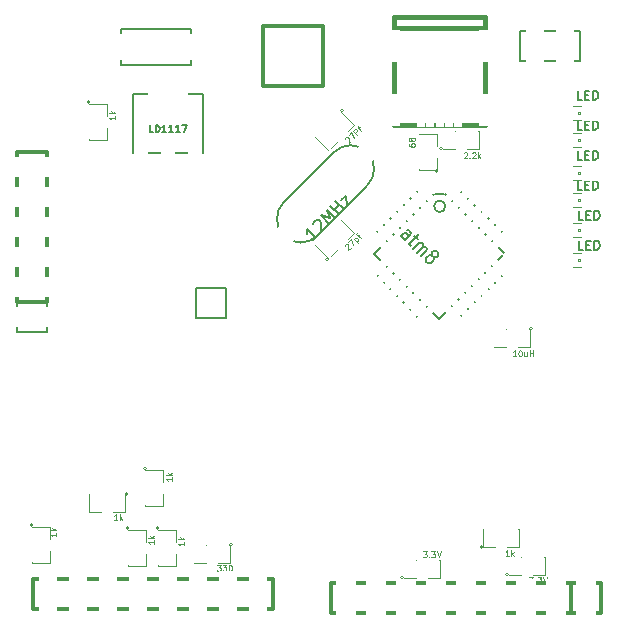
<source format=gto>
G04 (created by PCBNEW (2013-mar-13)-testing) date nie, 20 paź 2013, 19:29:58*
%MOIN*%
G04 Gerber Fmt 3.4, Leading zero omitted, Abs format*
%FSLAX34Y34*%
G01*
G70*
G90*
G04 APERTURE LIST*
%ADD10C,0.005906*%
%ADD11C,0.006000*%
%ADD12C,0.012000*%
%ADD13C,0.003900*%
%ADD14C,0.002600*%
%ADD15C,0.004000*%
%ADD16C,0.002000*%
%ADD17C,0.015000*%
%ADD18C,0.010000*%
%ADD19C,0.004300*%
%ADD20C,0.005000*%
%ADD21C,0.008000*%
%ADD22R,0.062992X0.125984*%
%ADD23R,0.125984X0.066929*%
%ADD24R,0.066929X0.125984*%
%ADD25R,0.133858X0.086614*%
%ADD26R,0.047244X0.070866*%
%ADD27R,0.055074X0.055074*%
%ADD28C,0.067874*%
%ADD29R,0.062874X0.042874*%
%ADD30R,0.042874X0.062874*%
%ADD31R,0.067874X0.067874*%
%ADD32R,0.062874X0.157874*%
%ADD33C,0.196874*%
%ADD34R,0.196874X0.196874*%
%ADD35R,0.027574X0.098474*%
%ADD36R,0.086574X0.106274*%
%ADD37C,0.043274*%
%ADD38R,0.125984X0.086614*%
G04 APERTURE END LIST*
G54D10*
G54D11*
X18961Y-120D02*
X18961Y-1120D01*
X18961Y-1120D02*
X16961Y-1120D01*
X16961Y-1120D02*
X16961Y-120D01*
X16961Y-120D02*
X18961Y-120D01*
G54D12*
X1174Y-4145D02*
X174Y-4145D01*
X174Y-9145D02*
X1174Y-9145D01*
X1174Y-4145D02*
X1174Y-9145D01*
X174Y-9145D02*
X174Y-4145D01*
X10661Y-19520D02*
X10661Y-18520D01*
X10661Y-18520D02*
X19661Y-18520D01*
X19661Y-18520D02*
X19661Y-19520D01*
X10661Y-19520D02*
X19661Y-19520D01*
X18661Y-19520D02*
X18661Y-18520D01*
X8374Y54D02*
X10374Y54D01*
X10374Y54D02*
X10374Y-1945D01*
X10374Y-1945D02*
X8374Y-1945D01*
X8374Y-1945D02*
X8374Y54D01*
G54D10*
X10195Y-6937D02*
X11865Y-5267D01*
X9082Y-5824D02*
X10752Y-4153D01*
X9082Y-6937D02*
G75*
G03X10195Y-6937I556J556D01*
G74*
G01*
X9082Y-5824D02*
G75*
G03X9082Y-6937I556J-556D01*
G74*
G01*
X11865Y-4153D02*
G75*
G03X10752Y-4153I-556J-556D01*
G74*
G01*
X11865Y-5267D02*
G75*
G03X11865Y-4153I-556J556D01*
G74*
G01*
X4042Y-2208D02*
X6405Y-2208D01*
X6405Y-2208D02*
X6405Y-4176D01*
X6405Y-4176D02*
X4042Y-4176D01*
X4042Y-4176D02*
X4042Y-2208D01*
G54D13*
X11071Y-2773D02*
G75*
G03X11071Y-2773I-50J0D01*
G74*
G01*
X10703Y-3092D02*
X10986Y-2809D01*
X10986Y-2809D02*
X11410Y-3233D01*
X11410Y-3233D02*
X11127Y-3516D01*
X10844Y-3799D02*
X10561Y-4082D01*
X10561Y-4082D02*
X10137Y-3657D01*
X10137Y-3657D02*
X10420Y-3374D01*
X10576Y-7717D02*
G75*
G03X10576Y-7717I-50J0D01*
G74*
G01*
X10844Y-7399D02*
X10561Y-7682D01*
X10561Y-7682D02*
X10137Y-7257D01*
X10137Y-7257D02*
X10420Y-6974D01*
X10703Y-6692D02*
X10986Y-6409D01*
X10986Y-6409D02*
X11410Y-6833D01*
X11410Y-6833D02*
X11127Y-7116D01*
G54D14*
X19070Y-6863D02*
X19070Y-6991D01*
X19070Y-6991D02*
X19267Y-6991D01*
X19267Y-6863D02*
X19267Y-6991D01*
X19070Y-6863D02*
X19267Y-6863D01*
X19070Y-6618D02*
X19070Y-6677D01*
X19070Y-6677D02*
X19169Y-6677D01*
X19169Y-6618D02*
X19169Y-6677D01*
X19070Y-6618D02*
X19169Y-6618D01*
X19070Y-6813D02*
X19070Y-6872D01*
X19070Y-6872D02*
X19169Y-6872D01*
X19169Y-6813D02*
X19169Y-6872D01*
X19070Y-6813D02*
X19169Y-6813D01*
X19070Y-6667D02*
X19070Y-6823D01*
X19070Y-6823D02*
X19139Y-6823D01*
X19139Y-6667D02*
X19139Y-6823D01*
X19070Y-6667D02*
X19139Y-6667D01*
X18481Y-6863D02*
X18481Y-6991D01*
X18481Y-6991D02*
X18678Y-6991D01*
X18678Y-6863D02*
X18678Y-6991D01*
X18481Y-6863D02*
X18678Y-6863D01*
X18481Y-6499D02*
X18481Y-6627D01*
X18481Y-6627D02*
X18678Y-6627D01*
X18678Y-6499D02*
X18678Y-6627D01*
X18481Y-6499D02*
X18678Y-6499D01*
X18579Y-6813D02*
X18579Y-6872D01*
X18579Y-6872D02*
X18678Y-6872D01*
X18678Y-6813D02*
X18678Y-6872D01*
X18579Y-6813D02*
X18678Y-6813D01*
X18579Y-6618D02*
X18579Y-6677D01*
X18579Y-6677D02*
X18678Y-6677D01*
X18678Y-6618D02*
X18678Y-6677D01*
X18579Y-6618D02*
X18678Y-6618D01*
X18609Y-6667D02*
X18609Y-6823D01*
X18609Y-6823D02*
X18678Y-6823D01*
X18678Y-6667D02*
X18678Y-6823D01*
X18609Y-6667D02*
X18678Y-6667D01*
X18874Y-6706D02*
X18874Y-6784D01*
X18874Y-6784D02*
X18952Y-6784D01*
X18952Y-6706D02*
X18952Y-6784D01*
X18874Y-6706D02*
X18952Y-6706D01*
X19070Y-6509D02*
X19070Y-6627D01*
X19070Y-6627D02*
X19188Y-6627D01*
X19188Y-6509D02*
X19188Y-6627D01*
X19070Y-6509D02*
X19188Y-6509D01*
X19238Y-6499D02*
X19238Y-6588D01*
X19238Y-6588D02*
X19267Y-6588D01*
X19267Y-6499D02*
X19267Y-6588D01*
X19238Y-6499D02*
X19267Y-6499D01*
G54D15*
X19080Y-6971D02*
X18668Y-6971D01*
X18678Y-6519D02*
X19238Y-6519D01*
G54D16*
X19236Y-6568D02*
G75*
G03X19236Y-6568I-28J0D01*
G74*
G01*
G54D15*
X19267Y-6608D02*
G75*
G03X19267Y-6882I0J-137D01*
G74*
G01*
X18481Y-6882D02*
G75*
G03X18481Y-6608I0J137D01*
G74*
G01*
G54D14*
X19070Y-5863D02*
X19070Y-5991D01*
X19070Y-5991D02*
X19267Y-5991D01*
X19267Y-5863D02*
X19267Y-5991D01*
X19070Y-5863D02*
X19267Y-5863D01*
X19070Y-5618D02*
X19070Y-5677D01*
X19070Y-5677D02*
X19169Y-5677D01*
X19169Y-5618D02*
X19169Y-5677D01*
X19070Y-5618D02*
X19169Y-5618D01*
X19070Y-5813D02*
X19070Y-5872D01*
X19070Y-5872D02*
X19169Y-5872D01*
X19169Y-5813D02*
X19169Y-5872D01*
X19070Y-5813D02*
X19169Y-5813D01*
X19070Y-5667D02*
X19070Y-5823D01*
X19070Y-5823D02*
X19139Y-5823D01*
X19139Y-5667D02*
X19139Y-5823D01*
X19070Y-5667D02*
X19139Y-5667D01*
X18481Y-5863D02*
X18481Y-5991D01*
X18481Y-5991D02*
X18678Y-5991D01*
X18678Y-5863D02*
X18678Y-5991D01*
X18481Y-5863D02*
X18678Y-5863D01*
X18481Y-5499D02*
X18481Y-5627D01*
X18481Y-5627D02*
X18678Y-5627D01*
X18678Y-5499D02*
X18678Y-5627D01*
X18481Y-5499D02*
X18678Y-5499D01*
X18579Y-5813D02*
X18579Y-5872D01*
X18579Y-5872D02*
X18678Y-5872D01*
X18678Y-5813D02*
X18678Y-5872D01*
X18579Y-5813D02*
X18678Y-5813D01*
X18579Y-5618D02*
X18579Y-5677D01*
X18579Y-5677D02*
X18678Y-5677D01*
X18678Y-5618D02*
X18678Y-5677D01*
X18579Y-5618D02*
X18678Y-5618D01*
X18609Y-5667D02*
X18609Y-5823D01*
X18609Y-5823D02*
X18678Y-5823D01*
X18678Y-5667D02*
X18678Y-5823D01*
X18609Y-5667D02*
X18678Y-5667D01*
X18874Y-5706D02*
X18874Y-5784D01*
X18874Y-5784D02*
X18952Y-5784D01*
X18952Y-5706D02*
X18952Y-5784D01*
X18874Y-5706D02*
X18952Y-5706D01*
X19070Y-5509D02*
X19070Y-5627D01*
X19070Y-5627D02*
X19188Y-5627D01*
X19188Y-5509D02*
X19188Y-5627D01*
X19070Y-5509D02*
X19188Y-5509D01*
X19238Y-5499D02*
X19238Y-5588D01*
X19238Y-5588D02*
X19267Y-5588D01*
X19267Y-5499D02*
X19267Y-5588D01*
X19238Y-5499D02*
X19267Y-5499D01*
G54D15*
X19080Y-5971D02*
X18668Y-5971D01*
X18678Y-5519D02*
X19238Y-5519D01*
G54D16*
X19236Y-5568D02*
G75*
G03X19236Y-5568I-28J0D01*
G74*
G01*
G54D15*
X19267Y-5608D02*
G75*
G03X19267Y-5882I0J-137D01*
G74*
G01*
X18481Y-5882D02*
G75*
G03X18481Y-5608I0J137D01*
G74*
G01*
G54D14*
X19070Y-4963D02*
X19070Y-5091D01*
X19070Y-5091D02*
X19267Y-5091D01*
X19267Y-4963D02*
X19267Y-5091D01*
X19070Y-4963D02*
X19267Y-4963D01*
X19070Y-4718D02*
X19070Y-4777D01*
X19070Y-4777D02*
X19169Y-4777D01*
X19169Y-4718D02*
X19169Y-4777D01*
X19070Y-4718D02*
X19169Y-4718D01*
X19070Y-4913D02*
X19070Y-4972D01*
X19070Y-4972D02*
X19169Y-4972D01*
X19169Y-4913D02*
X19169Y-4972D01*
X19070Y-4913D02*
X19169Y-4913D01*
X19070Y-4767D02*
X19070Y-4923D01*
X19070Y-4923D02*
X19139Y-4923D01*
X19139Y-4767D02*
X19139Y-4923D01*
X19070Y-4767D02*
X19139Y-4767D01*
X18481Y-4963D02*
X18481Y-5091D01*
X18481Y-5091D02*
X18678Y-5091D01*
X18678Y-4963D02*
X18678Y-5091D01*
X18481Y-4963D02*
X18678Y-4963D01*
X18481Y-4599D02*
X18481Y-4727D01*
X18481Y-4727D02*
X18678Y-4727D01*
X18678Y-4599D02*
X18678Y-4727D01*
X18481Y-4599D02*
X18678Y-4599D01*
X18579Y-4913D02*
X18579Y-4972D01*
X18579Y-4972D02*
X18678Y-4972D01*
X18678Y-4913D02*
X18678Y-4972D01*
X18579Y-4913D02*
X18678Y-4913D01*
X18579Y-4718D02*
X18579Y-4777D01*
X18579Y-4777D02*
X18678Y-4777D01*
X18678Y-4718D02*
X18678Y-4777D01*
X18579Y-4718D02*
X18678Y-4718D01*
X18609Y-4767D02*
X18609Y-4923D01*
X18609Y-4923D02*
X18678Y-4923D01*
X18678Y-4767D02*
X18678Y-4923D01*
X18609Y-4767D02*
X18678Y-4767D01*
X18874Y-4806D02*
X18874Y-4884D01*
X18874Y-4884D02*
X18952Y-4884D01*
X18952Y-4806D02*
X18952Y-4884D01*
X18874Y-4806D02*
X18952Y-4806D01*
X19070Y-4609D02*
X19070Y-4727D01*
X19070Y-4727D02*
X19188Y-4727D01*
X19188Y-4609D02*
X19188Y-4727D01*
X19070Y-4609D02*
X19188Y-4609D01*
X19238Y-4599D02*
X19238Y-4688D01*
X19238Y-4688D02*
X19267Y-4688D01*
X19267Y-4599D02*
X19267Y-4688D01*
X19238Y-4599D02*
X19267Y-4599D01*
G54D15*
X19080Y-5071D02*
X18668Y-5071D01*
X18678Y-4619D02*
X19238Y-4619D01*
G54D16*
X19236Y-4668D02*
G75*
G03X19236Y-4668I-28J0D01*
G74*
G01*
G54D15*
X19267Y-4708D02*
G75*
G03X19267Y-4982I0J-137D01*
G74*
G01*
X18481Y-4982D02*
G75*
G03X18481Y-4708I0J137D01*
G74*
G01*
G54D14*
X19070Y-3863D02*
X19070Y-3991D01*
X19070Y-3991D02*
X19267Y-3991D01*
X19267Y-3863D02*
X19267Y-3991D01*
X19070Y-3863D02*
X19267Y-3863D01*
X19070Y-3618D02*
X19070Y-3677D01*
X19070Y-3677D02*
X19169Y-3677D01*
X19169Y-3618D02*
X19169Y-3677D01*
X19070Y-3618D02*
X19169Y-3618D01*
X19070Y-3813D02*
X19070Y-3872D01*
X19070Y-3872D02*
X19169Y-3872D01*
X19169Y-3813D02*
X19169Y-3872D01*
X19070Y-3813D02*
X19169Y-3813D01*
X19070Y-3667D02*
X19070Y-3823D01*
X19070Y-3823D02*
X19139Y-3823D01*
X19139Y-3667D02*
X19139Y-3823D01*
X19070Y-3667D02*
X19139Y-3667D01*
X18481Y-3863D02*
X18481Y-3991D01*
X18481Y-3991D02*
X18678Y-3991D01*
X18678Y-3863D02*
X18678Y-3991D01*
X18481Y-3863D02*
X18678Y-3863D01*
X18481Y-3499D02*
X18481Y-3627D01*
X18481Y-3627D02*
X18678Y-3627D01*
X18678Y-3499D02*
X18678Y-3627D01*
X18481Y-3499D02*
X18678Y-3499D01*
X18579Y-3813D02*
X18579Y-3872D01*
X18579Y-3872D02*
X18678Y-3872D01*
X18678Y-3813D02*
X18678Y-3872D01*
X18579Y-3813D02*
X18678Y-3813D01*
X18579Y-3618D02*
X18579Y-3677D01*
X18579Y-3677D02*
X18678Y-3677D01*
X18678Y-3618D02*
X18678Y-3677D01*
X18579Y-3618D02*
X18678Y-3618D01*
X18609Y-3667D02*
X18609Y-3823D01*
X18609Y-3823D02*
X18678Y-3823D01*
X18678Y-3667D02*
X18678Y-3823D01*
X18609Y-3667D02*
X18678Y-3667D01*
X18874Y-3706D02*
X18874Y-3784D01*
X18874Y-3784D02*
X18952Y-3784D01*
X18952Y-3706D02*
X18952Y-3784D01*
X18874Y-3706D02*
X18952Y-3706D01*
X19070Y-3509D02*
X19070Y-3627D01*
X19070Y-3627D02*
X19188Y-3627D01*
X19188Y-3509D02*
X19188Y-3627D01*
X19070Y-3509D02*
X19188Y-3509D01*
X19238Y-3499D02*
X19238Y-3588D01*
X19238Y-3588D02*
X19267Y-3588D01*
X19267Y-3499D02*
X19267Y-3588D01*
X19238Y-3499D02*
X19267Y-3499D01*
G54D15*
X19080Y-3971D02*
X18668Y-3971D01*
X18678Y-3519D02*
X19238Y-3519D01*
G54D16*
X19236Y-3568D02*
G75*
G03X19236Y-3568I-28J0D01*
G74*
G01*
G54D15*
X19267Y-3608D02*
G75*
G03X19267Y-3882I0J-137D01*
G74*
G01*
X18481Y-3882D02*
G75*
G03X18481Y-3608I0J137D01*
G74*
G01*
G54D14*
X19070Y-2963D02*
X19070Y-3091D01*
X19070Y-3091D02*
X19267Y-3091D01*
X19267Y-2963D02*
X19267Y-3091D01*
X19070Y-2963D02*
X19267Y-2963D01*
X19070Y-2718D02*
X19070Y-2777D01*
X19070Y-2777D02*
X19169Y-2777D01*
X19169Y-2718D02*
X19169Y-2777D01*
X19070Y-2718D02*
X19169Y-2718D01*
X19070Y-2913D02*
X19070Y-2972D01*
X19070Y-2972D02*
X19169Y-2972D01*
X19169Y-2913D02*
X19169Y-2972D01*
X19070Y-2913D02*
X19169Y-2913D01*
X19070Y-2767D02*
X19070Y-2923D01*
X19070Y-2923D02*
X19139Y-2923D01*
X19139Y-2767D02*
X19139Y-2923D01*
X19070Y-2767D02*
X19139Y-2767D01*
X18481Y-2963D02*
X18481Y-3091D01*
X18481Y-3091D02*
X18678Y-3091D01*
X18678Y-2963D02*
X18678Y-3091D01*
X18481Y-2963D02*
X18678Y-2963D01*
X18481Y-2599D02*
X18481Y-2727D01*
X18481Y-2727D02*
X18678Y-2727D01*
X18678Y-2599D02*
X18678Y-2727D01*
X18481Y-2599D02*
X18678Y-2599D01*
X18579Y-2913D02*
X18579Y-2972D01*
X18579Y-2972D02*
X18678Y-2972D01*
X18678Y-2913D02*
X18678Y-2972D01*
X18579Y-2913D02*
X18678Y-2913D01*
X18579Y-2718D02*
X18579Y-2777D01*
X18579Y-2777D02*
X18678Y-2777D01*
X18678Y-2718D02*
X18678Y-2777D01*
X18579Y-2718D02*
X18678Y-2718D01*
X18609Y-2767D02*
X18609Y-2923D01*
X18609Y-2923D02*
X18678Y-2923D01*
X18678Y-2767D02*
X18678Y-2923D01*
X18609Y-2767D02*
X18678Y-2767D01*
X18874Y-2806D02*
X18874Y-2884D01*
X18874Y-2884D02*
X18952Y-2884D01*
X18952Y-2806D02*
X18952Y-2884D01*
X18874Y-2806D02*
X18952Y-2806D01*
X19070Y-2609D02*
X19070Y-2727D01*
X19070Y-2727D02*
X19188Y-2727D01*
X19188Y-2609D02*
X19188Y-2727D01*
X19070Y-2609D02*
X19188Y-2609D01*
X19238Y-2599D02*
X19238Y-2688D01*
X19238Y-2688D02*
X19267Y-2688D01*
X19267Y-2599D02*
X19267Y-2688D01*
X19238Y-2599D02*
X19267Y-2599D01*
G54D15*
X19080Y-3071D02*
X18668Y-3071D01*
X18678Y-2619D02*
X19238Y-2619D01*
G54D16*
X19236Y-2668D02*
G75*
G03X19236Y-2668I-28J0D01*
G74*
G01*
G54D15*
X19267Y-2708D02*
G75*
G03X19267Y-2982I0J-137D01*
G74*
G01*
X18481Y-2982D02*
G75*
G03X18481Y-2708I0J137D01*
G74*
G01*
G54D14*
X19070Y-7863D02*
X19070Y-7991D01*
X19070Y-7991D02*
X19267Y-7991D01*
X19267Y-7863D02*
X19267Y-7991D01*
X19070Y-7863D02*
X19267Y-7863D01*
X19070Y-7618D02*
X19070Y-7677D01*
X19070Y-7677D02*
X19169Y-7677D01*
X19169Y-7618D02*
X19169Y-7677D01*
X19070Y-7618D02*
X19169Y-7618D01*
X19070Y-7813D02*
X19070Y-7872D01*
X19070Y-7872D02*
X19169Y-7872D01*
X19169Y-7813D02*
X19169Y-7872D01*
X19070Y-7813D02*
X19169Y-7813D01*
X19070Y-7667D02*
X19070Y-7823D01*
X19070Y-7823D02*
X19139Y-7823D01*
X19139Y-7667D02*
X19139Y-7823D01*
X19070Y-7667D02*
X19139Y-7667D01*
X18481Y-7863D02*
X18481Y-7991D01*
X18481Y-7991D02*
X18678Y-7991D01*
X18678Y-7863D02*
X18678Y-7991D01*
X18481Y-7863D02*
X18678Y-7863D01*
X18481Y-7499D02*
X18481Y-7627D01*
X18481Y-7627D02*
X18678Y-7627D01*
X18678Y-7499D02*
X18678Y-7627D01*
X18481Y-7499D02*
X18678Y-7499D01*
X18579Y-7813D02*
X18579Y-7872D01*
X18579Y-7872D02*
X18678Y-7872D01*
X18678Y-7813D02*
X18678Y-7872D01*
X18579Y-7813D02*
X18678Y-7813D01*
X18579Y-7618D02*
X18579Y-7677D01*
X18579Y-7677D02*
X18678Y-7677D01*
X18678Y-7618D02*
X18678Y-7677D01*
X18579Y-7618D02*
X18678Y-7618D01*
X18609Y-7667D02*
X18609Y-7823D01*
X18609Y-7823D02*
X18678Y-7823D01*
X18678Y-7667D02*
X18678Y-7823D01*
X18609Y-7667D02*
X18678Y-7667D01*
X18874Y-7706D02*
X18874Y-7784D01*
X18874Y-7784D02*
X18952Y-7784D01*
X18952Y-7706D02*
X18952Y-7784D01*
X18874Y-7706D02*
X18952Y-7706D01*
X19070Y-7509D02*
X19070Y-7627D01*
X19070Y-7627D02*
X19188Y-7627D01*
X19188Y-7509D02*
X19188Y-7627D01*
X19070Y-7509D02*
X19188Y-7509D01*
X19238Y-7499D02*
X19238Y-7588D01*
X19238Y-7588D02*
X19267Y-7588D01*
X19267Y-7499D02*
X19267Y-7588D01*
X19238Y-7499D02*
X19267Y-7499D01*
G54D15*
X19080Y-7971D02*
X18668Y-7971D01*
X18678Y-7519D02*
X19238Y-7519D01*
G54D16*
X19236Y-7568D02*
G75*
G03X19236Y-7568I-28J0D01*
G74*
G01*
G54D15*
X19267Y-7608D02*
G75*
G03X19267Y-7882I0J-137D01*
G74*
G01*
X18481Y-7882D02*
G75*
G03X18481Y-7608I0J137D01*
G74*
G01*
G54D11*
X14903Y-9716D02*
X14585Y-9398D01*
X16444Y-8174D02*
X16133Y-7863D01*
X14903Y-9716D02*
X16444Y-8174D01*
X13948Y-9426D02*
X13644Y-9730D01*
X12378Y-7870D02*
X12081Y-8167D01*
X12074Y-8160D02*
X13637Y-9737D01*
X14896Y-5367D02*
X16437Y-6895D01*
X14104Y-5551D02*
X12103Y-7552D01*
X16437Y-6909D02*
X16147Y-7199D01*
X14450Y-5558D02*
X16416Y-7524D01*
X14252Y-9716D02*
X16402Y-7566D01*
X12096Y-7559D02*
X14217Y-9681D01*
X13665Y-5353D02*
X12096Y-6923D01*
X12096Y-6923D02*
X12414Y-7241D01*
X14114Y-5547D02*
X14439Y-5547D01*
X13667Y-5355D02*
X13986Y-5674D01*
X14578Y-5685D02*
X14897Y-5366D01*
X14468Y-5958D02*
G75*
G03X14468Y-5958I-188J0D01*
G74*
G01*
G54D13*
X2624Y-2495D02*
G75*
G03X2624Y-2495I-50J0D01*
G74*
G01*
X2574Y-2945D02*
X2574Y-2545D01*
X2574Y-2545D02*
X3174Y-2545D01*
X3174Y-2545D02*
X3174Y-2945D01*
X3174Y-3345D02*
X3174Y-3745D01*
X3174Y-3745D02*
X2574Y-3745D01*
X2574Y-3745D02*
X2574Y-3345D01*
X4924Y-16695D02*
G75*
G03X4924Y-16695I-50J0D01*
G74*
G01*
X4874Y-17145D02*
X4874Y-16745D01*
X4874Y-16745D02*
X5474Y-16745D01*
X5474Y-16745D02*
X5474Y-17145D01*
X5474Y-17545D02*
X5474Y-17945D01*
X5474Y-17945D02*
X4874Y-17945D01*
X4874Y-17945D02*
X4874Y-17545D01*
X3924Y-16695D02*
G75*
G03X3924Y-16695I-50J0D01*
G74*
G01*
X3874Y-17145D02*
X3874Y-16745D01*
X3874Y-16745D02*
X4474Y-16745D01*
X4474Y-16745D02*
X4474Y-17145D01*
X4474Y-17545D02*
X4474Y-17945D01*
X4474Y-17945D02*
X3874Y-17945D01*
X3874Y-17945D02*
X3874Y-17545D01*
X4499Y-14695D02*
G75*
G03X4499Y-14695I-50J0D01*
G74*
G01*
X4449Y-15145D02*
X4449Y-14745D01*
X4449Y-14745D02*
X5049Y-14745D01*
X5049Y-14745D02*
X5049Y-15145D01*
X5049Y-15545D02*
X5049Y-15945D01*
X5049Y-15945D02*
X4449Y-15945D01*
X4449Y-15945D02*
X4449Y-15545D01*
X3899Y-15545D02*
G75*
G03X3899Y-15545I-50J0D01*
G74*
G01*
X3399Y-15545D02*
X3799Y-15545D01*
X3799Y-15545D02*
X3799Y-16145D01*
X3799Y-16145D02*
X3399Y-16145D01*
X2999Y-16145D02*
X2599Y-16145D01*
X2599Y-16145D02*
X2599Y-15545D01*
X2599Y-15545D02*
X2999Y-15545D01*
X724Y-16595D02*
G75*
G03X724Y-16595I-50J0D01*
G74*
G01*
X674Y-17045D02*
X674Y-16645D01*
X674Y-16645D02*
X1274Y-16645D01*
X1274Y-16645D02*
X1274Y-17045D01*
X1274Y-17445D02*
X1274Y-17845D01*
X1274Y-17845D02*
X674Y-17845D01*
X674Y-17845D02*
X674Y-17445D01*
X7374Y-17245D02*
G75*
G03X7374Y-17245I-50J0D01*
G74*
G01*
X6874Y-17245D02*
X7274Y-17245D01*
X7274Y-17245D02*
X7274Y-17845D01*
X7274Y-17845D02*
X6874Y-17845D01*
X6474Y-17845D02*
X6074Y-17845D01*
X6074Y-17845D02*
X6074Y-17245D01*
X6074Y-17245D02*
X6474Y-17245D01*
X14224Y-4795D02*
G75*
G03X14224Y-4795I-50J0D01*
G74*
G01*
X14174Y-4345D02*
X14174Y-4745D01*
X14174Y-4745D02*
X13574Y-4745D01*
X13574Y-4745D02*
X13574Y-4345D01*
X13574Y-3945D02*
X13574Y-3545D01*
X13574Y-3545D02*
X14174Y-3545D01*
X14174Y-3545D02*
X14174Y-3945D01*
X14374Y-4045D02*
G75*
G03X14374Y-4045I-50J0D01*
G74*
G01*
X14774Y-4045D02*
X14374Y-4045D01*
X14374Y-4045D02*
X14374Y-3445D01*
X14374Y-3445D02*
X14774Y-3445D01*
X15174Y-3445D02*
X15574Y-3445D01*
X15574Y-3445D02*
X15574Y-4045D01*
X15574Y-4045D02*
X15174Y-4045D01*
X17374Y-10045D02*
G75*
G03X17374Y-10045I-50J0D01*
G74*
G01*
X16874Y-10045D02*
X17274Y-10045D01*
X17274Y-10045D02*
X17274Y-10645D01*
X17274Y-10645D02*
X16874Y-10645D01*
X16474Y-10645D02*
X16074Y-10645D01*
X16074Y-10645D02*
X16074Y-10045D01*
X16074Y-10045D02*
X16474Y-10045D01*
G54D12*
X724Y-18397D02*
X8724Y-18397D01*
X8724Y-18397D02*
X8724Y-19397D01*
X8724Y-19397D02*
X724Y-19397D01*
X724Y-19397D02*
X724Y-18397D01*
G54D11*
X7149Y-9670D02*
X6149Y-9670D01*
X6149Y-8670D02*
X7149Y-8670D01*
X6149Y-9670D02*
X6149Y-8670D01*
X7149Y-8670D02*
X7149Y-9670D01*
X1174Y-10145D02*
X174Y-10145D01*
X174Y-9145D02*
X1174Y-9145D01*
X174Y-10145D02*
X174Y-9145D01*
X1174Y-9145D02*
X1174Y-10145D01*
G54D17*
X15790Y-28D02*
X12758Y-28D01*
X15790Y365D02*
X12758Y365D01*
X12758Y365D02*
X12758Y-3256D01*
X12758Y-3256D02*
X15790Y-3256D01*
X15790Y-3256D02*
X15790Y365D01*
G54D13*
X16574Y-18245D02*
G75*
G03X16574Y-18245I-50J0D01*
G74*
G01*
X16974Y-18245D02*
X16574Y-18245D01*
X16574Y-18245D02*
X16574Y-17645D01*
X16574Y-17645D02*
X16974Y-17645D01*
X17374Y-17645D02*
X17774Y-17645D01*
X17774Y-17645D02*
X17774Y-18245D01*
X17774Y-18245D02*
X17374Y-18245D01*
X13074Y-18345D02*
G75*
G03X13074Y-18345I-50J0D01*
G74*
G01*
X13474Y-18345D02*
X13074Y-18345D01*
X13074Y-18345D02*
X13074Y-17745D01*
X13074Y-17745D02*
X13474Y-17745D01*
X13874Y-17745D02*
X14274Y-17745D01*
X14274Y-17745D02*
X14274Y-18345D01*
X14274Y-18345D02*
X13874Y-18345D01*
X15724Y-17320D02*
G75*
G03X15724Y-17320I-50J0D01*
G74*
G01*
X16124Y-17320D02*
X15724Y-17320D01*
X15724Y-17320D02*
X15724Y-16720D01*
X15724Y-16720D02*
X16124Y-16720D01*
X16524Y-16720D02*
X16924Y-16720D01*
X16924Y-16720D02*
X16924Y-17320D01*
X16924Y-17320D02*
X16524Y-17320D01*
G54D10*
X6005Y-55D02*
X6005Y-1236D01*
X3642Y-55D02*
X3642Y-1236D01*
X3642Y-1236D02*
X4824Y-1236D01*
X4824Y-1236D02*
X6005Y-1236D01*
X4824Y-55D02*
X6005Y-55D01*
X3642Y-55D02*
X4824Y-55D01*
G54D18*
G54D10*
X10216Y-6917D02*
X10057Y-7076D01*
X10137Y-6996D02*
X9858Y-6718D01*
X9872Y-6784D01*
X9872Y-6837D01*
X9858Y-6877D01*
X10070Y-6559D02*
X10070Y-6532D01*
X10084Y-6492D01*
X10150Y-6426D01*
X10190Y-6413D01*
X10216Y-6413D01*
X10256Y-6426D01*
X10283Y-6453D01*
X10309Y-6506D01*
X10309Y-6824D01*
X10481Y-6651D01*
X10601Y-6532D02*
X10322Y-6254D01*
X10614Y-6360D01*
X10508Y-6068D01*
X10786Y-6346D01*
X10919Y-6214D02*
X10640Y-5936D01*
X10773Y-6068D02*
X10932Y-5909D01*
X11078Y-6055D02*
X10800Y-5776D01*
X10998Y-5763D02*
X11144Y-5617D01*
X11184Y-5949D01*
X11330Y-5803D01*
X4729Y-3496D02*
X4616Y-3496D01*
X4616Y-3260D01*
X4807Y-3496D02*
X4807Y-3260D01*
X4864Y-3260D01*
X4897Y-3271D01*
X4920Y-3293D01*
X4931Y-3316D01*
X4942Y-3361D01*
X4942Y-3394D01*
X4931Y-3439D01*
X4920Y-3462D01*
X4897Y-3484D01*
X4864Y-3496D01*
X4807Y-3496D01*
X5167Y-3496D02*
X5032Y-3496D01*
X5100Y-3496D02*
X5100Y-3260D01*
X5077Y-3293D01*
X5055Y-3316D01*
X5032Y-3327D01*
X5392Y-3496D02*
X5257Y-3496D01*
X5325Y-3496D02*
X5325Y-3260D01*
X5302Y-3293D01*
X5280Y-3316D01*
X5257Y-3327D01*
X5617Y-3496D02*
X5482Y-3496D01*
X5550Y-3496D02*
X5550Y-3260D01*
X5527Y-3293D01*
X5505Y-3316D01*
X5482Y-3327D01*
X5696Y-3260D02*
X5853Y-3260D01*
X5752Y-3496D01*
G54D19*
X11132Y-3723D02*
X11132Y-3709D01*
X11139Y-3689D01*
X11172Y-3656D01*
X11192Y-3650D01*
X11205Y-3650D01*
X11225Y-3656D01*
X11238Y-3669D01*
X11252Y-3696D01*
X11252Y-3855D01*
X11338Y-3769D01*
X11245Y-3583D02*
X11338Y-3490D01*
X11418Y-3689D01*
X11530Y-3577D02*
X11391Y-3437D01*
X11444Y-3384D01*
X11464Y-3378D01*
X11477Y-3378D01*
X11497Y-3384D01*
X11517Y-3404D01*
X11524Y-3424D01*
X11524Y-3437D01*
X11517Y-3457D01*
X11464Y-3510D01*
X11557Y-3364D02*
X11610Y-3311D01*
X11670Y-3437D02*
X11550Y-3318D01*
X11544Y-3298D01*
X11550Y-3278D01*
X11563Y-3265D01*
X11119Y-7286D02*
X11119Y-7273D01*
X11126Y-7253D01*
X11159Y-7219D01*
X11179Y-7213D01*
X11192Y-7213D01*
X11212Y-7219D01*
X11225Y-7233D01*
X11238Y-7259D01*
X11238Y-7418D01*
X11325Y-7332D01*
X11232Y-7147D02*
X11325Y-7054D01*
X11404Y-7253D01*
X11424Y-7047D02*
X11563Y-7186D01*
X11431Y-7054D02*
X11437Y-7034D01*
X11464Y-7007D01*
X11484Y-7001D01*
X11497Y-7001D01*
X11517Y-7007D01*
X11557Y-7047D01*
X11563Y-7067D01*
X11563Y-7080D01*
X11557Y-7100D01*
X11530Y-7127D01*
X11510Y-7133D01*
X11617Y-6894D02*
X11570Y-6941D01*
X11643Y-7014D02*
X11504Y-6875D01*
X11570Y-6808D01*
G54D20*
X19068Y-6406D02*
X18925Y-6406D01*
X18925Y-6106D01*
X19168Y-6249D02*
X19268Y-6249D01*
X19311Y-6406D02*
X19168Y-6406D01*
X19168Y-6106D01*
X19311Y-6106D01*
X19439Y-6406D02*
X19439Y-6106D01*
X19511Y-6106D01*
X19554Y-6120D01*
X19582Y-6149D01*
X19597Y-6177D01*
X19611Y-6234D01*
X19611Y-6277D01*
X19597Y-6334D01*
X19582Y-6363D01*
X19554Y-6391D01*
X19511Y-6406D01*
X19439Y-6406D01*
X19018Y-5406D02*
X18875Y-5406D01*
X18875Y-5106D01*
X19118Y-5249D02*
X19218Y-5249D01*
X19261Y-5406D02*
X19118Y-5406D01*
X19118Y-5106D01*
X19261Y-5106D01*
X19389Y-5406D02*
X19389Y-5106D01*
X19461Y-5106D01*
X19504Y-5120D01*
X19532Y-5149D01*
X19547Y-5177D01*
X19561Y-5234D01*
X19561Y-5277D01*
X19547Y-5334D01*
X19532Y-5363D01*
X19504Y-5391D01*
X19461Y-5406D01*
X19389Y-5406D01*
X19018Y-4406D02*
X18875Y-4406D01*
X18875Y-4106D01*
X19118Y-4249D02*
X19218Y-4249D01*
X19261Y-4406D02*
X19118Y-4406D01*
X19118Y-4106D01*
X19261Y-4106D01*
X19389Y-4406D02*
X19389Y-4106D01*
X19461Y-4106D01*
X19504Y-4120D01*
X19532Y-4149D01*
X19547Y-4177D01*
X19561Y-4234D01*
X19561Y-4277D01*
X19547Y-4334D01*
X19532Y-4363D01*
X19504Y-4391D01*
X19461Y-4406D01*
X19389Y-4406D01*
X19018Y-3406D02*
X18875Y-3406D01*
X18875Y-3106D01*
X19118Y-3249D02*
X19218Y-3249D01*
X19261Y-3406D02*
X19118Y-3406D01*
X19118Y-3106D01*
X19261Y-3106D01*
X19389Y-3406D02*
X19389Y-3106D01*
X19461Y-3106D01*
X19504Y-3120D01*
X19532Y-3149D01*
X19547Y-3177D01*
X19561Y-3234D01*
X19561Y-3277D01*
X19547Y-3334D01*
X19532Y-3363D01*
X19504Y-3391D01*
X19461Y-3406D01*
X19389Y-3406D01*
X19018Y-2406D02*
X18875Y-2406D01*
X18875Y-2106D01*
X19118Y-2249D02*
X19218Y-2249D01*
X19261Y-2406D02*
X19118Y-2406D01*
X19118Y-2106D01*
X19261Y-2106D01*
X19389Y-2406D02*
X19389Y-2106D01*
X19461Y-2106D01*
X19504Y-2120D01*
X19532Y-2149D01*
X19547Y-2177D01*
X19561Y-2234D01*
X19561Y-2277D01*
X19547Y-2334D01*
X19532Y-2363D01*
X19504Y-2391D01*
X19461Y-2406D01*
X19389Y-2406D01*
X19068Y-7406D02*
X18925Y-7406D01*
X18925Y-7106D01*
X19168Y-7249D02*
X19268Y-7249D01*
X19311Y-7406D02*
X19168Y-7406D01*
X19168Y-7106D01*
X19311Y-7106D01*
X19439Y-7406D02*
X19439Y-7106D01*
X19511Y-7106D01*
X19554Y-7120D01*
X19582Y-7149D01*
X19597Y-7177D01*
X19611Y-7234D01*
X19611Y-7277D01*
X19597Y-7334D01*
X19582Y-7363D01*
X19554Y-7391D01*
X19511Y-7406D01*
X19439Y-7406D01*
G54D21*
X13108Y-7086D02*
X13293Y-6901D01*
X13313Y-6854D01*
X13303Y-6810D01*
X13249Y-6756D01*
X13205Y-6746D01*
X13124Y-7070D02*
X13081Y-7060D01*
X13013Y-6992D01*
X13003Y-6948D01*
X13023Y-6901D01*
X13057Y-6868D01*
X13104Y-6847D01*
X13148Y-6857D01*
X13215Y-6925D01*
X13259Y-6935D01*
X13438Y-6945D02*
X13545Y-7053D01*
X13596Y-6868D02*
X13293Y-7171D01*
X13273Y-7218D01*
X13283Y-7262D01*
X13310Y-7288D01*
X13404Y-7383D02*
X13640Y-7147D01*
X13606Y-7181D02*
X13636Y-7177D01*
X13680Y-7187D01*
X13720Y-7228D01*
X13730Y-7272D01*
X13710Y-7319D01*
X13525Y-7504D01*
X13710Y-7319D02*
X13757Y-7299D01*
X13801Y-7309D01*
X13842Y-7349D01*
X13852Y-7393D01*
X13831Y-7440D01*
X13646Y-7625D01*
X14023Y-7598D02*
X14013Y-7554D01*
X14017Y-7524D01*
X14037Y-7477D01*
X14054Y-7460D01*
X14101Y-7440D01*
X14131Y-7437D01*
X14175Y-7447D01*
X14229Y-7501D01*
X14239Y-7544D01*
X14236Y-7575D01*
X14215Y-7622D01*
X14198Y-7639D01*
X14151Y-7659D01*
X14121Y-7662D01*
X14077Y-7652D01*
X14023Y-7598D01*
X13980Y-7588D01*
X13949Y-7592D01*
X13902Y-7612D01*
X13835Y-7679D01*
X13815Y-7726D01*
X13811Y-7757D01*
X13821Y-7800D01*
X13875Y-7854D01*
X13919Y-7864D01*
X13949Y-7861D01*
X13996Y-7841D01*
X14064Y-7773D01*
X14084Y-7726D01*
X14087Y-7696D01*
X14077Y-7652D01*
G54D19*
X3450Y-2943D02*
X3450Y-3056D01*
X3450Y-3000D02*
X3253Y-3000D01*
X3281Y-3018D01*
X3300Y-3037D01*
X3309Y-3056D01*
X3450Y-2859D02*
X3253Y-2859D01*
X3375Y-2840D02*
X3450Y-2784D01*
X3319Y-2784D02*
X3394Y-2859D01*
X5750Y-17143D02*
X5750Y-17256D01*
X5750Y-17200D02*
X5553Y-17200D01*
X5581Y-17218D01*
X5600Y-17237D01*
X5609Y-17256D01*
X5750Y-17059D02*
X5553Y-17059D01*
X5675Y-17040D02*
X5750Y-16984D01*
X5619Y-16984D02*
X5694Y-17059D01*
X4750Y-17093D02*
X4750Y-17206D01*
X4750Y-17150D02*
X4553Y-17150D01*
X4581Y-17168D01*
X4600Y-17187D01*
X4609Y-17206D01*
X4750Y-17009D02*
X4553Y-17009D01*
X4675Y-16990D02*
X4750Y-16934D01*
X4619Y-16934D02*
X4694Y-17009D01*
X5350Y-14993D02*
X5350Y-15106D01*
X5350Y-15050D02*
X5153Y-15050D01*
X5181Y-15068D01*
X5200Y-15087D01*
X5209Y-15106D01*
X5350Y-14909D02*
X5153Y-14909D01*
X5275Y-14890D02*
X5350Y-14834D01*
X5219Y-14834D02*
X5294Y-14909D01*
X3537Y-16409D02*
X3425Y-16409D01*
X3481Y-16409D02*
X3481Y-16212D01*
X3462Y-16240D01*
X3444Y-16259D01*
X3425Y-16268D01*
X3622Y-16409D02*
X3622Y-16212D01*
X3641Y-16334D02*
X3697Y-16409D01*
X3697Y-16278D02*
X3622Y-16353D01*
X1500Y-16843D02*
X1500Y-16956D01*
X1500Y-16900D02*
X1303Y-16900D01*
X1331Y-16918D01*
X1350Y-16937D01*
X1359Y-16956D01*
X1500Y-16759D02*
X1303Y-16759D01*
X1425Y-16740D02*
X1500Y-16684D01*
X1369Y-16684D02*
X1444Y-16759D01*
X6858Y-17912D02*
X6980Y-17912D01*
X6914Y-17987D01*
X6942Y-17987D01*
X6961Y-17997D01*
X6970Y-18006D01*
X6980Y-18025D01*
X6980Y-18072D01*
X6970Y-18090D01*
X6961Y-18100D01*
X6942Y-18109D01*
X6886Y-18109D01*
X6867Y-18100D01*
X6858Y-18090D01*
X7045Y-17912D02*
X7167Y-17912D01*
X7102Y-17987D01*
X7130Y-17987D01*
X7148Y-17997D01*
X7158Y-18006D01*
X7167Y-18025D01*
X7167Y-18072D01*
X7158Y-18090D01*
X7148Y-18100D01*
X7130Y-18109D01*
X7073Y-18109D01*
X7055Y-18100D01*
X7045Y-18090D01*
X7289Y-17912D02*
X7308Y-17912D01*
X7327Y-17921D01*
X7336Y-17931D01*
X7345Y-17950D01*
X7355Y-17987D01*
X7355Y-18034D01*
X7345Y-18072D01*
X7336Y-18090D01*
X7327Y-18100D01*
X7308Y-18109D01*
X7289Y-18109D01*
X7270Y-18100D01*
X7261Y-18090D01*
X7252Y-18072D01*
X7242Y-18034D01*
X7242Y-17987D01*
X7252Y-17950D01*
X7261Y-17931D01*
X7270Y-17921D01*
X7289Y-17912D01*
X13253Y-3876D02*
X13253Y-3914D01*
X13262Y-3933D01*
X13272Y-3942D01*
X13300Y-3961D01*
X13337Y-3970D01*
X13413Y-3970D01*
X13431Y-3961D01*
X13441Y-3951D01*
X13450Y-3933D01*
X13450Y-3895D01*
X13441Y-3876D01*
X13431Y-3867D01*
X13413Y-3857D01*
X13366Y-3857D01*
X13347Y-3867D01*
X13337Y-3876D01*
X13328Y-3895D01*
X13328Y-3933D01*
X13337Y-3951D01*
X13347Y-3961D01*
X13366Y-3970D01*
X13337Y-3745D02*
X13328Y-3764D01*
X13319Y-3773D01*
X13300Y-3782D01*
X13291Y-3782D01*
X13272Y-3773D01*
X13262Y-3764D01*
X13253Y-3745D01*
X13253Y-3707D01*
X13262Y-3689D01*
X13272Y-3679D01*
X13291Y-3670D01*
X13300Y-3670D01*
X13319Y-3679D01*
X13328Y-3689D01*
X13337Y-3707D01*
X13337Y-3745D01*
X13347Y-3764D01*
X13356Y-3773D01*
X13375Y-3782D01*
X13413Y-3782D01*
X13431Y-3773D01*
X13441Y-3764D01*
X13450Y-3745D01*
X13450Y-3707D01*
X13441Y-3689D01*
X13431Y-3679D01*
X13413Y-3670D01*
X13375Y-3670D01*
X13356Y-3679D01*
X13347Y-3689D01*
X13337Y-3707D01*
X15084Y-4181D02*
X15094Y-4171D01*
X15112Y-4162D01*
X15159Y-4162D01*
X15178Y-4171D01*
X15187Y-4181D01*
X15197Y-4200D01*
X15197Y-4218D01*
X15187Y-4247D01*
X15075Y-4359D01*
X15197Y-4359D01*
X15281Y-4340D02*
X15291Y-4350D01*
X15281Y-4359D01*
X15272Y-4350D01*
X15281Y-4340D01*
X15281Y-4359D01*
X15366Y-4181D02*
X15375Y-4171D01*
X15394Y-4162D01*
X15441Y-4162D01*
X15459Y-4171D01*
X15469Y-4181D01*
X15478Y-4200D01*
X15478Y-4218D01*
X15469Y-4247D01*
X15356Y-4359D01*
X15478Y-4359D01*
X15563Y-4359D02*
X15563Y-4162D01*
X15581Y-4284D02*
X15638Y-4359D01*
X15638Y-4228D02*
X15563Y-4303D01*
X16831Y-10959D02*
X16719Y-10959D01*
X16775Y-10959D02*
X16775Y-10762D01*
X16756Y-10790D01*
X16737Y-10809D01*
X16719Y-10818D01*
X16953Y-10762D02*
X16972Y-10762D01*
X16991Y-10771D01*
X17000Y-10781D01*
X17009Y-10800D01*
X17019Y-10837D01*
X17019Y-10884D01*
X17009Y-10922D01*
X17000Y-10940D01*
X16991Y-10950D01*
X16972Y-10959D01*
X16953Y-10959D01*
X16934Y-10950D01*
X16925Y-10940D01*
X16916Y-10922D01*
X16906Y-10884D01*
X16906Y-10837D01*
X16916Y-10800D01*
X16925Y-10781D01*
X16934Y-10771D01*
X16953Y-10762D01*
X17188Y-10828D02*
X17188Y-10959D01*
X17103Y-10828D02*
X17103Y-10931D01*
X17113Y-10950D01*
X17131Y-10959D01*
X17159Y-10959D01*
X17178Y-10950D01*
X17188Y-10940D01*
X17281Y-10959D02*
X17281Y-10762D01*
X17281Y-10856D02*
X17394Y-10856D01*
X17394Y-10959D02*
X17394Y-10762D01*
G54D18*
G54D19*
X17270Y-18312D02*
X17392Y-18312D01*
X17326Y-18387D01*
X17355Y-18387D01*
X17373Y-18397D01*
X17383Y-18406D01*
X17392Y-18425D01*
X17392Y-18472D01*
X17383Y-18490D01*
X17373Y-18500D01*
X17355Y-18509D01*
X17298Y-18509D01*
X17279Y-18500D01*
X17270Y-18490D01*
X17476Y-18490D02*
X17486Y-18500D01*
X17476Y-18509D01*
X17467Y-18500D01*
X17476Y-18490D01*
X17476Y-18509D01*
X17552Y-18312D02*
X17673Y-18312D01*
X17608Y-18387D01*
X17636Y-18387D01*
X17655Y-18397D01*
X17664Y-18406D01*
X17673Y-18425D01*
X17673Y-18472D01*
X17664Y-18490D01*
X17655Y-18500D01*
X17636Y-18509D01*
X17580Y-18509D01*
X17561Y-18500D01*
X17552Y-18490D01*
X17730Y-18312D02*
X17795Y-18509D01*
X17861Y-18312D01*
X13720Y-17462D02*
X13842Y-17462D01*
X13776Y-17537D01*
X13805Y-17537D01*
X13823Y-17547D01*
X13833Y-17556D01*
X13842Y-17575D01*
X13842Y-17622D01*
X13833Y-17640D01*
X13823Y-17650D01*
X13805Y-17659D01*
X13748Y-17659D01*
X13729Y-17650D01*
X13720Y-17640D01*
X13926Y-17640D02*
X13936Y-17650D01*
X13926Y-17659D01*
X13917Y-17650D01*
X13926Y-17640D01*
X13926Y-17659D01*
X14002Y-17462D02*
X14123Y-17462D01*
X14058Y-17537D01*
X14086Y-17537D01*
X14105Y-17547D01*
X14114Y-17556D01*
X14123Y-17575D01*
X14123Y-17622D01*
X14114Y-17640D01*
X14105Y-17650D01*
X14086Y-17659D01*
X14030Y-17659D01*
X14011Y-17650D01*
X14002Y-17640D01*
X14180Y-17462D02*
X14245Y-17659D01*
X14311Y-17462D01*
X16587Y-17609D02*
X16475Y-17609D01*
X16531Y-17609D02*
X16531Y-17412D01*
X16512Y-17440D01*
X16494Y-17459D01*
X16475Y-17468D01*
X16672Y-17609D02*
X16672Y-17412D01*
X16691Y-17534D02*
X16747Y-17609D01*
X16747Y-17478D02*
X16672Y-17553D01*
G54D10*
%LPC*%
G54D22*
X18461Y-620D03*
X17461Y-620D03*
G54D23*
X674Y-4645D03*
X674Y-5645D03*
X674Y-6645D03*
X674Y-7645D03*
X674Y-8645D03*
G54D24*
X19161Y-19020D03*
X18161Y-19020D03*
X17161Y-19020D03*
X16161Y-19020D03*
X15161Y-19020D03*
X14161Y-19020D03*
X13161Y-19020D03*
X12161Y-19020D03*
X11161Y-19020D03*
X8874Y-645D03*
X8874Y-645D03*
X9874Y-645D03*
X9874Y-645D03*
G54D10*
G36*
X9012Y-7480D02*
X8539Y-7007D01*
X9708Y-5837D01*
X10181Y-6311D01*
X9012Y-7480D01*
X9012Y-7480D01*
G37*
G36*
X11239Y-5253D02*
X10766Y-4780D01*
X11935Y-3610D01*
X12408Y-4084D01*
X11239Y-5253D01*
X11239Y-5253D01*
G37*
G54D25*
X5224Y-2011D03*
G54D26*
X5224Y-4176D03*
X6129Y-4176D03*
X4318Y-4176D03*
G54D10*
G36*
X10968Y-2806D02*
X11413Y-3251D01*
X11109Y-3554D01*
X10665Y-3109D01*
X10968Y-2806D01*
X10968Y-2806D01*
G37*
G36*
X10438Y-3336D02*
X10882Y-3781D01*
X10579Y-4084D01*
X10134Y-3640D01*
X10438Y-3336D01*
X10438Y-3336D01*
G37*
G36*
X10579Y-7684D02*
X10134Y-7240D01*
X10438Y-6936D01*
X10882Y-7381D01*
X10579Y-7684D01*
X10579Y-7684D01*
G37*
G36*
X11109Y-7154D02*
X10665Y-6709D01*
X10968Y-6406D01*
X11413Y-6851D01*
X11109Y-7154D01*
X11109Y-7154D01*
G37*
G54D27*
X18461Y-6745D03*
X19287Y-6745D03*
X18461Y-5745D03*
X19287Y-5745D03*
X18461Y-4845D03*
X19287Y-4845D03*
X18461Y-3745D03*
X19287Y-3745D03*
X18461Y-2845D03*
X19287Y-2845D03*
X18461Y-7745D03*
X19287Y-7745D03*
G54D10*
G36*
X11763Y-6762D02*
X11944Y-6581D01*
X12556Y-7193D01*
X12376Y-7374D01*
X11763Y-6762D01*
X11763Y-6762D01*
G37*
G36*
X11986Y-6539D02*
X12167Y-6358D01*
X12779Y-6970D01*
X12598Y-7151D01*
X11986Y-6539D01*
X11986Y-6539D01*
G37*
G36*
X12209Y-6316D02*
X12390Y-6135D01*
X13002Y-6748D01*
X12821Y-6928D01*
X12209Y-6316D01*
X12209Y-6316D01*
G37*
G36*
X12432Y-6093D02*
X12613Y-5913D01*
X13225Y-6525D01*
X13044Y-6706D01*
X12432Y-6093D01*
X12432Y-6093D01*
G37*
G36*
X12654Y-5871D02*
X12835Y-5690D01*
X13447Y-6302D01*
X13267Y-6483D01*
X12654Y-5871D01*
X12654Y-5871D01*
G37*
G36*
X12877Y-5648D02*
X13058Y-5467D01*
X13670Y-6079D01*
X13489Y-6260D01*
X12877Y-5648D01*
X12877Y-5648D01*
G37*
G36*
X13100Y-5425D02*
X13281Y-5244D01*
X13893Y-5857D01*
X13712Y-6037D01*
X13100Y-5425D01*
X13100Y-5425D01*
G37*
G36*
X13323Y-5203D02*
X13503Y-5022D01*
X14116Y-5634D01*
X13935Y-5815D01*
X13323Y-5203D01*
X13323Y-5203D01*
G37*
G36*
X15984Y-7867D02*
X16165Y-7686D01*
X16777Y-8298D01*
X16596Y-8479D01*
X15984Y-7867D01*
X15984Y-7867D01*
G37*
G36*
X14421Y-9430D02*
X14602Y-9249D01*
X15214Y-9861D01*
X15034Y-10042D01*
X14421Y-9430D01*
X14421Y-9430D01*
G37*
G36*
X14648Y-9203D02*
X14829Y-9022D01*
X15441Y-9635D01*
X15260Y-9816D01*
X14648Y-9203D01*
X14648Y-9203D01*
G37*
G36*
X14874Y-8977D02*
X15055Y-8796D01*
X15667Y-9408D01*
X15486Y-9589D01*
X14874Y-8977D01*
X14874Y-8977D01*
G37*
G36*
X15093Y-8758D02*
X15274Y-8577D01*
X15886Y-9189D01*
X15705Y-9370D01*
X15093Y-8758D01*
X15093Y-8758D01*
G37*
G36*
X15320Y-8532D02*
X15500Y-8351D01*
X16113Y-8963D01*
X15932Y-9144D01*
X15320Y-8532D01*
X15320Y-8532D01*
G37*
G36*
X15539Y-8312D02*
X15720Y-8132D01*
X16332Y-8744D01*
X16151Y-8925D01*
X15539Y-8312D01*
X15539Y-8312D01*
G37*
G36*
X15765Y-8086D02*
X15946Y-7905D01*
X16558Y-8517D01*
X16377Y-8698D01*
X15765Y-8086D01*
X15765Y-8086D01*
G37*
G36*
X14434Y-5631D02*
X15046Y-5019D01*
X15227Y-5200D01*
X14615Y-5812D01*
X14434Y-5631D01*
X14434Y-5631D01*
G37*
G36*
X14656Y-5853D02*
X15268Y-5241D01*
X15449Y-5422D01*
X14837Y-6034D01*
X14656Y-5853D01*
X14656Y-5853D01*
G37*
G36*
X14880Y-6077D02*
X15492Y-5464D01*
X15673Y-5645D01*
X15061Y-6257D01*
X14880Y-6077D01*
X14880Y-6077D01*
G37*
G36*
X15102Y-6299D02*
X15714Y-5686D01*
X15895Y-5867D01*
X15283Y-6479D01*
X15102Y-6299D01*
X15102Y-6299D01*
G37*
G36*
X15325Y-6522D02*
X15937Y-5910D01*
X16118Y-6091D01*
X15506Y-6703D01*
X15325Y-6522D01*
X15325Y-6522D01*
G37*
G36*
X15547Y-6744D02*
X16159Y-6132D01*
X16340Y-6313D01*
X15728Y-6925D01*
X15547Y-6744D01*
X15547Y-6744D01*
G37*
G36*
X15771Y-6967D02*
X16383Y-6355D01*
X16564Y-6536D01*
X15951Y-7148D01*
X15771Y-6967D01*
X15771Y-6967D01*
G37*
G36*
X15993Y-7189D02*
X16605Y-6577D01*
X16786Y-6758D01*
X16174Y-7370D01*
X15993Y-7189D01*
X15993Y-7189D01*
G37*
G36*
X11763Y-8305D02*
X12375Y-7693D01*
X12556Y-7874D01*
X11944Y-8486D01*
X11763Y-8305D01*
X11763Y-8305D01*
G37*
G36*
X11982Y-8525D02*
X12594Y-7912D01*
X12775Y-8093D01*
X12163Y-8705D01*
X11982Y-8525D01*
X11982Y-8525D01*
G37*
G36*
X12208Y-8751D02*
X12820Y-8139D01*
X13001Y-8319D01*
X12389Y-8932D01*
X12208Y-8751D01*
X12208Y-8751D01*
G37*
G36*
X12427Y-8970D02*
X13040Y-8358D01*
X13220Y-8539D01*
X12608Y-9151D01*
X12427Y-8970D01*
X12427Y-8970D01*
G37*
G36*
X12647Y-9189D02*
X13259Y-8577D01*
X13440Y-8758D01*
X12827Y-9370D01*
X12647Y-9189D01*
X12647Y-9189D01*
G37*
G36*
X12873Y-9415D02*
X13485Y-8803D01*
X13666Y-8984D01*
X13054Y-9596D01*
X12873Y-9415D01*
X12873Y-9415D01*
G37*
G36*
X13099Y-9642D02*
X13711Y-9030D01*
X13892Y-9210D01*
X13280Y-9823D01*
X13099Y-9642D01*
X13099Y-9642D01*
G37*
G36*
X13325Y-9868D02*
X13938Y-9256D01*
X14118Y-9437D01*
X13506Y-10049D01*
X13325Y-9868D01*
X13325Y-9868D01*
G37*
G36*
X9181Y-3258D02*
X9661Y-3738D01*
X9181Y-4218D01*
X8701Y-3738D01*
X9181Y-3258D01*
X9181Y-3258D01*
G37*
G54D28*
X8474Y-4445D03*
X7766Y-5152D03*
G54D29*
X2874Y-2770D03*
X2874Y-3520D03*
X5174Y-16970D03*
X5174Y-17720D03*
X4174Y-16970D03*
X4174Y-17720D03*
X4749Y-14970D03*
X4749Y-15720D03*
G54D30*
X3574Y-15845D03*
X2824Y-15845D03*
G54D29*
X974Y-16870D03*
X974Y-17620D03*
G54D30*
X7049Y-17545D03*
X6299Y-17545D03*
G54D29*
X13874Y-4520D03*
X13874Y-3770D03*
G54D30*
X14599Y-3745D03*
X15349Y-3745D03*
G54D31*
X10374Y-14245D03*
G54D28*
X10374Y-15245D03*
X11374Y-14245D03*
X11374Y-15245D03*
X12374Y-14245D03*
X12374Y-15245D03*
X13374Y-14245D03*
X13374Y-15245D03*
G54D30*
X17049Y-10345D03*
X16299Y-10345D03*
G54D32*
X1224Y-18897D03*
X2224Y-18897D03*
X3224Y-18897D03*
X4224Y-18897D03*
X5224Y-18897D03*
X6224Y-18897D03*
X7224Y-18897D03*
X8224Y-18897D03*
G54D33*
X1674Y-13145D03*
G54D34*
X4074Y-13145D03*
G54D33*
X2574Y-11145D03*
G54D31*
X6649Y-9170D03*
X10374Y-16245D03*
G54D28*
X11374Y-16245D03*
X12374Y-16245D03*
X13374Y-16245D03*
G54D23*
X674Y-9645D03*
G54D35*
X14904Y-2803D03*
X14589Y-2803D03*
X14274Y-2803D03*
X13959Y-2803D03*
X13644Y-2803D03*
G54D36*
X16026Y-2764D03*
X16026Y-599D03*
X12522Y-2764D03*
X12522Y-599D03*
G54D37*
X15140Y-1780D03*
X13408Y-1780D03*
G54D30*
X16799Y-17945D03*
X17549Y-17945D03*
X13299Y-18045D03*
X14049Y-18045D03*
X15949Y-17020D03*
X16699Y-17020D03*
G54D38*
X3642Y-645D03*
X6005Y-645D03*
M02*

</source>
